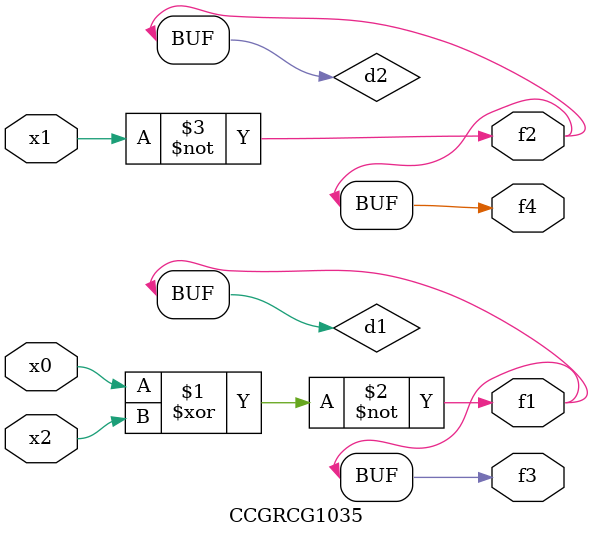
<source format=v>
module CCGRCG1035(
	input x0, x1, x2,
	output f1, f2, f3, f4
);

	wire d1, d2, d3;

	xnor (d1, x0, x2);
	nand (d2, x1);
	nor (d3, x1, x2);
	assign f1 = d1;
	assign f2 = d2;
	assign f3 = d1;
	assign f4 = d2;
endmodule

</source>
